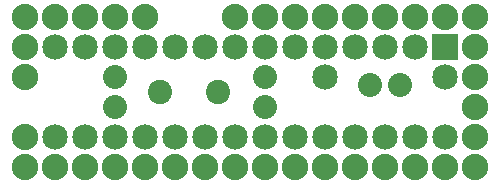
<source format=gts>
G04 MADE WITH FRITZING*
G04 WWW.FRITZING.ORG*
G04 DOUBLE SIDED*
G04 HOLES PLATED*
G04 CONTOUR ON CENTER OF CONTOUR VECTOR*
%ASAXBY*%
%FSLAX23Y23*%
%MOIN*%
%OFA0B0*%
%SFA1.0B1.0*%
%ADD10C,0.088000*%
%ADD11C,0.085000*%
%ADD12C,0.080925*%
%ADD13C,0.080866*%
%ADD14C,0.080000*%
%ADD15R,0.085000X0.085000*%
%LNMASK1*%
G90*
G70*
G54D10*
X1456Y557D03*
X1356Y557D03*
X1256Y557D03*
X1156Y557D03*
X1056Y557D03*
X956Y557D03*
X856Y557D03*
X756Y557D03*
X456Y557D03*
X356Y557D03*
X256Y557D03*
X156Y557D03*
G54D11*
X1456Y457D03*
X1456Y157D03*
X1356Y457D03*
X1356Y157D03*
X1256Y457D03*
X1256Y157D03*
X1156Y457D03*
X1156Y157D03*
X1056Y457D03*
X1056Y157D03*
X956Y457D03*
X956Y157D03*
X856Y457D03*
X856Y157D03*
X756Y457D03*
X756Y157D03*
X656Y457D03*
X656Y157D03*
X556Y457D03*
X556Y157D03*
X456Y457D03*
X456Y157D03*
X356Y457D03*
X356Y157D03*
X256Y457D03*
X256Y157D03*
X156Y457D03*
X156Y157D03*
G54D12*
X699Y307D03*
G54D13*
X506Y307D03*
G54D14*
X856Y357D03*
X856Y257D03*
X356Y357D03*
X356Y257D03*
G54D11*
X1056Y357D03*
X1456Y357D03*
G54D10*
X56Y157D03*
X56Y57D03*
X56Y557D03*
X56Y457D03*
X56Y357D03*
X1556Y557D03*
X1556Y457D03*
X1556Y357D03*
X1556Y257D03*
X1556Y157D03*
X1556Y57D03*
X1456Y57D03*
X1356Y57D03*
X1256Y57D03*
X1156Y57D03*
X1056Y57D03*
X956Y57D03*
X856Y57D03*
X756Y57D03*
X656Y57D03*
X556Y57D03*
X456Y57D03*
X356Y57D03*
X256Y57D03*
X156Y57D03*
G54D14*
X1206Y332D03*
X1306Y332D03*
G54D15*
X1456Y457D03*
G04 End of Mask1*
M02*
</source>
